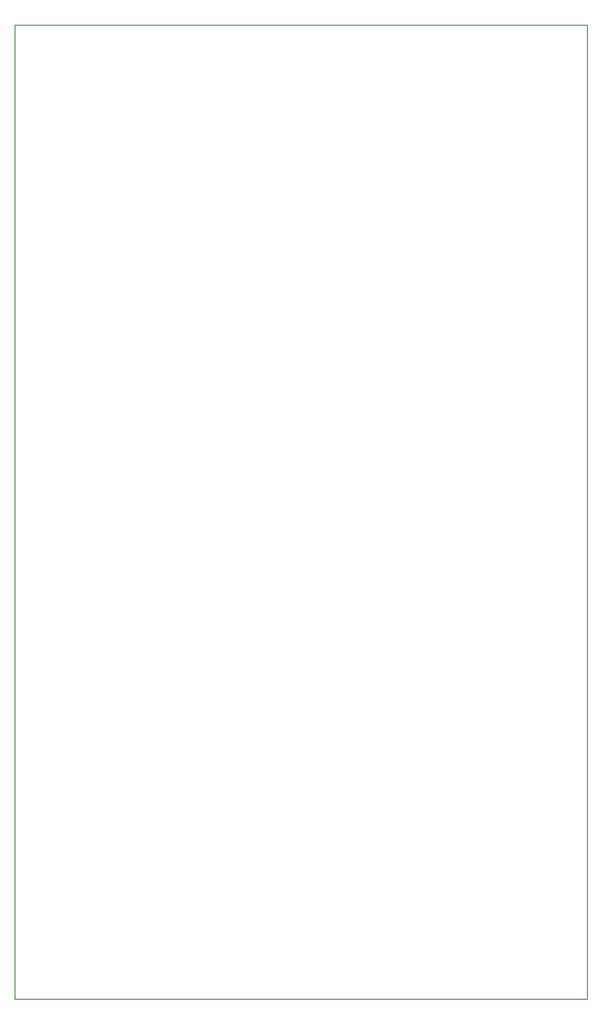
<source format=gbo>
G04*
G04 #@! TF.GenerationSoftware,Altium Limited,Altium Designer,21.8.1 (53)*
G04*
G04 Layer_Color=32896*
%FSLAX25Y25*%
%MOIN*%
G70*
G04*
G04 #@! TF.SameCoordinates,A1411363-43AB-4F6E-8D2E-BD86F2085DDB*
G04*
G04*
G04 #@! TF.FilePolarity,Positive*
G04*
G01*
G75*
%ADD10C,0.00787*%
D10*
X1140101Y1092306D02*
X1140101Y423015D01*
X746400Y1080495D02*
Y1092306D01*
X1140101D01*
X746400Y423015D02*
X1140101D01*
X746400D02*
X746400Y1080495D01*
M02*

</source>
